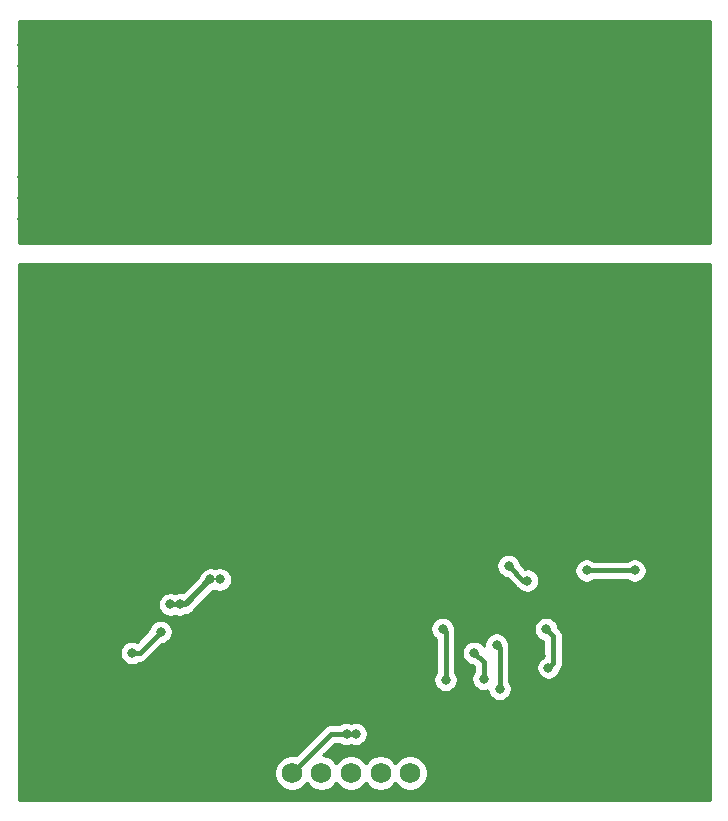
<source format=gbl>
%TF.GenerationSoftware,KiCad,Pcbnew,(5.1.4)-1*%
%TF.CreationDate,2019-12-13T01:47:11+08:00*%
%TF.ProjectId,Directional_coupler,44697265-6374-4696-9f6e-616c5f636f75,rev?*%
%TF.SameCoordinates,Original*%
%TF.FileFunction,Copper,L2,Bot*%
%TF.FilePolarity,Positive*%
%FSLAX46Y46*%
G04 Gerber Fmt 4.6, Leading zero omitted, Abs format (unit mm)*
G04 Created by KiCad (PCBNEW (5.1.4)-1) date 2019-12-13 01:47:11*
%MOMM*%
%LPD*%
G04 APERTURE LIST*
%ADD10C,0.800000*%
%ADD11C,6.000000*%
%ADD12C,1.750000*%
%ADD13R,1.750000X1.750000*%
%ADD14C,0.381000*%
%ADD15C,0.508000*%
%ADD16C,0.254000*%
%ADD17C,0.350000*%
G04 APERTURE END LIST*
D10*
X57056810Y-73812500D03*
X57056810Y-76187500D03*
X55000000Y-77375000D03*
X52943190Y-76187500D03*
X52943190Y-73812500D03*
X55000000Y-72625000D03*
D11*
X55000000Y-75000000D03*
D10*
X57056810Y-111312500D03*
X57056810Y-113687500D03*
X55000000Y-114875000D03*
X52943190Y-113687500D03*
X52943190Y-111312500D03*
X55000000Y-110125000D03*
D11*
X55000000Y-112500000D03*
D10*
X106814810Y-110999500D03*
X106814810Y-113374500D03*
X104758000Y-114562000D03*
X102701190Y-113374500D03*
X102701190Y-110999500D03*
X104758000Y-109812000D03*
D11*
X104758000Y-112187000D03*
D10*
X107056810Y-73812500D03*
X107056810Y-76187500D03*
X105000000Y-77375000D03*
X102943190Y-76187500D03*
X102943190Y-73812500D03*
X105000000Y-72625000D03*
D11*
X105000000Y-75000000D03*
D12*
X73860000Y-114427000D03*
X76360000Y-114427000D03*
X78860000Y-114427000D03*
X81360000Y-114427000D03*
X83860000Y-114427000D03*
D13*
X86360000Y-114427000D03*
D10*
X102353000Y-52779000D03*
X100353000Y-52779000D03*
X98353000Y-54557000D03*
X100353000Y-54557000D03*
X104353000Y-56335000D03*
X102353000Y-54557000D03*
X108353000Y-52779000D03*
X98353000Y-52779000D03*
X108353000Y-56335000D03*
X106353000Y-56335000D03*
X100353000Y-56335000D03*
X108353000Y-54557000D03*
X106353000Y-54557000D03*
X102353000Y-56335000D03*
X104353000Y-52779000D03*
X106353000Y-52779000D03*
X98353000Y-56335000D03*
X104353000Y-54557000D03*
X106353000Y-65733000D03*
X104353000Y-65733000D03*
X100353000Y-65733000D03*
X98353000Y-65733000D03*
X108353000Y-65733000D03*
X102353000Y-65733000D03*
X106353000Y-63955000D03*
X104353000Y-63955000D03*
X100353000Y-63955000D03*
X98353000Y-63955000D03*
X108353000Y-63955000D03*
X102353000Y-63955000D03*
X98353000Y-67511000D03*
X100353000Y-67511000D03*
X102353000Y-67511000D03*
X104353000Y-67511000D03*
X106353000Y-67511000D03*
X108353000Y-67511000D03*
X57013000Y-67511000D03*
X59013000Y-67511000D03*
X61013000Y-65733000D03*
X59013000Y-65733000D03*
X55013000Y-63955000D03*
X57013000Y-65733000D03*
X51013000Y-67511000D03*
X61013000Y-67511000D03*
X51013000Y-63955000D03*
X53013000Y-63955000D03*
X59013000Y-63955000D03*
X51013000Y-65733000D03*
X53013000Y-65733000D03*
X57013000Y-63955000D03*
X55013000Y-67511000D03*
X53013000Y-67511000D03*
X61013000Y-63955000D03*
X55013000Y-65733000D03*
X53013000Y-54557000D03*
X55013000Y-54557000D03*
X59013000Y-54557000D03*
X61013000Y-54557000D03*
X51013000Y-54557000D03*
X57013000Y-54557000D03*
X53013000Y-56335000D03*
X55013000Y-56335000D03*
X59013000Y-56335000D03*
X61013000Y-56335000D03*
X51013000Y-56335000D03*
X57013000Y-56335000D03*
X61013000Y-52779000D03*
X59013000Y-52779000D03*
X57013000Y-52779000D03*
X55013000Y-52779000D03*
X53013000Y-52779000D03*
X51013000Y-52779000D03*
X108458000Y-98425000D03*
X108458000Y-82169000D03*
X108458000Y-101473000D03*
X108458000Y-105029000D03*
X108458000Y-85217000D03*
X108458000Y-95377000D03*
X108458000Y-79121000D03*
X108458000Y-92837000D03*
X108458000Y-88773000D03*
X108458000Y-109093000D03*
X102870000Y-116205000D03*
X96774000Y-116205000D03*
X93726000Y-116205000D03*
X90678000Y-116205000D03*
X99822000Y-116205000D03*
X61214000Y-116205000D03*
X64262000Y-116205000D03*
X58166000Y-116205000D03*
X70358000Y-116205000D03*
X67310000Y-116205000D03*
X51562000Y-98425000D03*
X51562000Y-101473000D03*
X51562000Y-95377000D03*
X51562000Y-109093000D03*
X51562000Y-105029000D03*
X60758000Y-75819000D03*
X60758000Y-71755000D03*
X60758000Y-73787000D03*
X99614000Y-73787000D03*
X99614000Y-75819000D03*
X99614000Y-71755000D03*
X73660000Y-99441000D03*
X57531000Y-86106000D03*
X57531000Y-86995000D03*
X103886000Y-84709000D03*
X103886000Y-83947000D03*
X55626000Y-94869000D03*
X65532000Y-97663000D03*
X66802000Y-102235000D03*
X71628000Y-104267000D03*
X76454000Y-106045000D03*
X77724000Y-106045000D03*
X78740000Y-106045000D03*
X73660000Y-100965000D03*
X73660000Y-100203000D03*
X101854000Y-106045000D03*
X104394000Y-96647000D03*
X96266000Y-93345000D03*
X98806000Y-86995000D03*
X97028000Y-100965000D03*
X70358000Y-110871000D03*
X63754000Y-71755000D03*
X66802000Y-71755000D03*
X70358000Y-71755000D03*
X74422000Y-71755000D03*
X78486000Y-71755000D03*
X82550000Y-71755000D03*
X86614000Y-71755000D03*
X91186000Y-71755000D03*
X95758000Y-71755000D03*
X95758000Y-73787000D03*
X91186000Y-73787000D03*
X86614000Y-73787000D03*
X82550000Y-73787000D03*
X78486000Y-73787000D03*
X74422000Y-73787000D03*
X70358000Y-73787000D03*
X66802000Y-73787000D03*
X63754000Y-73787000D03*
X63754000Y-75819000D03*
X70358000Y-75819000D03*
X74422000Y-75819000D03*
X78486000Y-75819000D03*
X82550000Y-75819000D03*
X86614000Y-75819000D03*
X91186000Y-75819000D03*
X95758000Y-75819000D03*
X62738000Y-54483000D03*
X65786000Y-54483000D03*
X69342000Y-54483000D03*
X71882000Y-54483000D03*
X72644000Y-51435000D03*
X77216000Y-51435000D03*
X82296000Y-51435000D03*
X86360000Y-51435000D03*
X88138000Y-54483000D03*
X91694000Y-54483000D03*
X94742000Y-54483000D03*
X62738000Y-66167000D03*
X65786000Y-66167000D03*
X69342000Y-66167000D03*
X71882000Y-66167000D03*
X73914000Y-69215000D03*
X76962000Y-69215000D03*
X80518000Y-69215000D03*
X84582000Y-69215000D03*
X88646000Y-68707000D03*
X88646000Y-66167000D03*
X91694000Y-66167000D03*
X94742000Y-66167000D03*
X104002113Y-102234023D03*
X102803705Y-104479840D03*
X100838000Y-108585000D03*
X60706000Y-106045000D03*
X61722000Y-99695000D03*
X94935283Y-104510009D03*
X89216717Y-100244207D03*
X51562000Y-79121000D03*
X51562000Y-82169000D03*
X51562000Y-85217000D03*
X51562000Y-88773000D03*
X51562000Y-92837000D03*
X106934000Y-116205000D03*
X108458000Y-113157000D03*
X51562000Y-115697000D03*
X62230000Y-87249000D03*
X62230000Y-89789000D03*
X63754000Y-91313000D03*
X65786000Y-91313000D03*
X67818000Y-91313000D03*
X69850000Y-91313000D03*
X71882000Y-89789000D03*
X71882000Y-87757000D03*
X71882000Y-85217000D03*
X71882000Y-82677000D03*
X71374000Y-80645000D03*
X69850000Y-80645000D03*
X67818000Y-80645000D03*
X65786000Y-80645000D03*
X63754000Y-80645000D03*
X62230000Y-81661000D03*
X62230000Y-84201000D03*
X95504000Y-91313000D03*
X93218000Y-91313000D03*
X90678000Y-91313000D03*
X88138000Y-91313000D03*
X88138000Y-88519000D03*
X88138000Y-85471000D03*
X88138000Y-82169000D03*
X90424000Y-80899000D03*
X93472000Y-80899000D03*
X96520000Y-80645000D03*
X97536000Y-82677000D03*
X97536000Y-84963000D03*
X97536000Y-86995000D03*
X97282000Y-89789000D03*
X78486000Y-111125000D03*
X79248000Y-111125000D03*
X60320998Y-104267000D03*
X62738000Y-102489000D03*
X64350000Y-100150000D03*
X66950000Y-98050000D03*
X63550000Y-100150000D03*
X67750000Y-98050000D03*
X98806000Y-97282000D03*
X102870000Y-97282000D03*
X95377000Y-102259078D03*
X89285002Y-104267000D03*
X95575219Y-105502617D03*
X90080995Y-106464011D03*
X93769246Y-98145500D03*
X92202000Y-96901000D03*
X91440000Y-107315000D03*
X91184585Y-103567206D03*
X86868000Y-106553000D03*
X86614000Y-102235000D03*
D14*
X77162000Y-111125000D02*
X73860000Y-114427000D01*
X78486000Y-111125000D02*
X77162000Y-111125000D01*
X78486000Y-111125000D02*
X79248000Y-111125000D01*
X60320998Y-104267000D02*
X60960000Y-104267000D01*
X60960000Y-104267000D02*
X62738000Y-102489000D01*
D15*
X64350000Y-100150000D02*
X64850000Y-100150000D01*
X64850000Y-100150000D02*
X66950000Y-98050000D01*
D14*
X63550000Y-100150000D02*
X64350000Y-100150000D01*
X98806000Y-97282000D02*
X102870000Y-97282000D01*
X95975218Y-105102618D02*
X95575219Y-105502617D01*
X95377000Y-102259078D02*
X95975218Y-102857296D01*
X95975218Y-102857296D02*
X95975218Y-105102618D01*
X89285002Y-104267000D02*
X90080995Y-105062993D01*
X90080995Y-105062993D02*
X90080995Y-105898326D01*
X90080995Y-105898326D02*
X90080995Y-106464011D01*
X93446500Y-98145500D02*
X93769246Y-98145500D01*
X92202000Y-96901000D02*
X93446500Y-98145500D01*
X91440000Y-103822621D02*
X91184585Y-103567206D01*
X91440000Y-107315000D02*
X91440000Y-103822621D01*
X86868000Y-106553000D02*
X86868000Y-102489000D01*
X86868000Y-102489000D02*
X86614000Y-102235000D01*
D16*
G36*
X109215000Y-116715000D02*
G01*
X50785000Y-116715000D01*
X50785000Y-114278278D01*
X72350000Y-114278278D01*
X72350000Y-114575722D01*
X72408029Y-114867451D01*
X72521856Y-115142253D01*
X72687107Y-115389569D01*
X72897431Y-115599893D01*
X73144747Y-115765144D01*
X73419549Y-115878971D01*
X73711278Y-115937000D01*
X74008722Y-115937000D01*
X74300451Y-115878971D01*
X74575253Y-115765144D01*
X74822569Y-115599893D01*
X75032893Y-115389569D01*
X75110000Y-115274170D01*
X75187107Y-115389569D01*
X75397431Y-115599893D01*
X75644747Y-115765144D01*
X75919549Y-115878971D01*
X76211278Y-115937000D01*
X76508722Y-115937000D01*
X76800451Y-115878971D01*
X77075253Y-115765144D01*
X77322569Y-115599893D01*
X77532893Y-115389569D01*
X77610000Y-115274170D01*
X77687107Y-115389569D01*
X77897431Y-115599893D01*
X78144747Y-115765144D01*
X78419549Y-115878971D01*
X78711278Y-115937000D01*
X79008722Y-115937000D01*
X79300451Y-115878971D01*
X79575253Y-115765144D01*
X79822569Y-115599893D01*
X80032893Y-115389569D01*
X80110000Y-115274170D01*
X80187107Y-115389569D01*
X80397431Y-115599893D01*
X80644747Y-115765144D01*
X80919549Y-115878971D01*
X81211278Y-115937000D01*
X81508722Y-115937000D01*
X81800451Y-115878971D01*
X82075253Y-115765144D01*
X82322569Y-115599893D01*
X82532893Y-115389569D01*
X82610000Y-115274170D01*
X82687107Y-115389569D01*
X82897431Y-115599893D01*
X83144747Y-115765144D01*
X83419549Y-115878971D01*
X83711278Y-115937000D01*
X84008722Y-115937000D01*
X84300451Y-115878971D01*
X84575253Y-115765144D01*
X84822569Y-115599893D01*
X85032893Y-115389569D01*
X85198144Y-115142253D01*
X85311971Y-114867451D01*
X85370000Y-114575722D01*
X85370000Y-114278278D01*
X85311971Y-113986549D01*
X85198144Y-113711747D01*
X85032893Y-113464431D01*
X84822569Y-113254107D01*
X84575253Y-113088856D01*
X84300451Y-112975029D01*
X84008722Y-112917000D01*
X83711278Y-112917000D01*
X83419549Y-112975029D01*
X83144747Y-113088856D01*
X82897431Y-113254107D01*
X82687107Y-113464431D01*
X82610000Y-113579830D01*
X82532893Y-113464431D01*
X82322569Y-113254107D01*
X82075253Y-113088856D01*
X81800451Y-112975029D01*
X81508722Y-112917000D01*
X81211278Y-112917000D01*
X80919549Y-112975029D01*
X80644747Y-113088856D01*
X80397431Y-113254107D01*
X80187107Y-113464431D01*
X80110000Y-113579830D01*
X80032893Y-113464431D01*
X79822569Y-113254107D01*
X79575253Y-113088856D01*
X79300451Y-112975029D01*
X79008722Y-112917000D01*
X78711278Y-112917000D01*
X78419549Y-112975029D01*
X78144747Y-113088856D01*
X77897431Y-113254107D01*
X77687107Y-113464431D01*
X77610000Y-113579830D01*
X77532893Y-113464431D01*
X77322569Y-113254107D01*
X77075253Y-113088856D01*
X76800451Y-112975029D01*
X76532669Y-112921763D01*
X77503933Y-111950500D01*
X77858497Y-111950500D01*
X77995744Y-112042205D01*
X78184102Y-112120226D01*
X78384061Y-112160000D01*
X78587939Y-112160000D01*
X78787898Y-112120226D01*
X78867000Y-112087461D01*
X78946102Y-112120226D01*
X79146061Y-112160000D01*
X79349939Y-112160000D01*
X79549898Y-112120226D01*
X79738256Y-112042205D01*
X79907774Y-111928937D01*
X80051937Y-111784774D01*
X80165205Y-111615256D01*
X80243226Y-111426898D01*
X80283000Y-111226939D01*
X80283000Y-111023061D01*
X80243226Y-110823102D01*
X80165205Y-110634744D01*
X80051937Y-110465226D01*
X79907774Y-110321063D01*
X79738256Y-110207795D01*
X79549898Y-110129774D01*
X79349939Y-110090000D01*
X79146061Y-110090000D01*
X78946102Y-110129774D01*
X78867000Y-110162539D01*
X78787898Y-110129774D01*
X78587939Y-110090000D01*
X78384061Y-110090000D01*
X78184102Y-110129774D01*
X77995744Y-110207795D01*
X77858497Y-110299500D01*
X77202550Y-110299500D01*
X77161999Y-110295506D01*
X77121449Y-110299500D01*
X77121447Y-110299500D01*
X77000174Y-110311444D01*
X76844566Y-110358647D01*
X76701157Y-110435301D01*
X76664694Y-110465226D01*
X76575459Y-110538459D01*
X76549606Y-110569961D01*
X74170406Y-112949161D01*
X74008722Y-112917000D01*
X73711278Y-112917000D01*
X73419549Y-112975029D01*
X73144747Y-113088856D01*
X72897431Y-113254107D01*
X72687107Y-113464431D01*
X72521856Y-113711747D01*
X72408029Y-113986549D01*
X72350000Y-114278278D01*
X50785000Y-114278278D01*
X50785000Y-104165061D01*
X59285998Y-104165061D01*
X59285998Y-104368939D01*
X59325772Y-104568898D01*
X59403793Y-104757256D01*
X59517061Y-104926774D01*
X59661224Y-105070937D01*
X59830742Y-105184205D01*
X60019100Y-105262226D01*
X60219059Y-105302000D01*
X60422937Y-105302000D01*
X60622896Y-105262226D01*
X60811254Y-105184205D01*
X60944768Y-105094994D01*
X60960000Y-105096494D01*
X61000550Y-105092500D01*
X61000553Y-105092500D01*
X61121826Y-105080556D01*
X61277434Y-105033353D01*
X61420842Y-104956699D01*
X61546541Y-104853541D01*
X61572398Y-104822034D01*
X62878005Y-103516428D01*
X63039898Y-103484226D01*
X63228256Y-103406205D01*
X63397774Y-103292937D01*
X63541937Y-103148774D01*
X63655205Y-102979256D01*
X63733226Y-102790898D01*
X63773000Y-102590939D01*
X63773000Y-102387061D01*
X63733226Y-102187102D01*
X63710842Y-102133061D01*
X85579000Y-102133061D01*
X85579000Y-102336939D01*
X85618774Y-102536898D01*
X85696795Y-102725256D01*
X85810063Y-102894774D01*
X85954226Y-103038937D01*
X86042501Y-103097920D01*
X86042500Y-105925497D01*
X85950795Y-106062744D01*
X85872774Y-106251102D01*
X85833000Y-106451061D01*
X85833000Y-106654939D01*
X85872774Y-106854898D01*
X85950795Y-107043256D01*
X86064063Y-107212774D01*
X86208226Y-107356937D01*
X86377744Y-107470205D01*
X86566102Y-107548226D01*
X86766061Y-107588000D01*
X86969939Y-107588000D01*
X87169898Y-107548226D01*
X87358256Y-107470205D01*
X87527774Y-107356937D01*
X87671937Y-107212774D01*
X87785205Y-107043256D01*
X87863226Y-106854898D01*
X87903000Y-106654939D01*
X87903000Y-106451061D01*
X87863226Y-106251102D01*
X87785205Y-106062744D01*
X87693500Y-105925497D01*
X87693500Y-104165061D01*
X88250002Y-104165061D01*
X88250002Y-104368939D01*
X88289776Y-104568898D01*
X88367797Y-104757256D01*
X88481065Y-104926774D01*
X88625228Y-105070937D01*
X88794746Y-105184205D01*
X88983104Y-105262226D01*
X89144998Y-105294428D01*
X89255495Y-105404926D01*
X89255495Y-105836508D01*
X89163790Y-105973755D01*
X89085769Y-106162113D01*
X89045995Y-106362072D01*
X89045995Y-106565950D01*
X89085769Y-106765909D01*
X89163790Y-106954267D01*
X89277058Y-107123785D01*
X89421221Y-107267948D01*
X89590739Y-107381216D01*
X89779097Y-107459237D01*
X89979056Y-107499011D01*
X90182934Y-107499011D01*
X90382893Y-107459237D01*
X90411090Y-107447557D01*
X90444774Y-107616898D01*
X90522795Y-107805256D01*
X90636063Y-107974774D01*
X90780226Y-108118937D01*
X90949744Y-108232205D01*
X91138102Y-108310226D01*
X91338061Y-108350000D01*
X91541939Y-108350000D01*
X91741898Y-108310226D01*
X91930256Y-108232205D01*
X92099774Y-108118937D01*
X92243937Y-107974774D01*
X92357205Y-107805256D01*
X92435226Y-107616898D01*
X92475000Y-107416939D01*
X92475000Y-107213061D01*
X92435226Y-107013102D01*
X92357205Y-106824744D01*
X92265500Y-106687497D01*
X92265500Y-103863163D01*
X92269493Y-103822620D01*
X92265500Y-103782077D01*
X92265500Y-103782068D01*
X92253556Y-103660795D01*
X92219585Y-103548807D01*
X92219585Y-103465267D01*
X92179811Y-103265308D01*
X92101790Y-103076950D01*
X91988522Y-102907432D01*
X91844359Y-102763269D01*
X91674841Y-102650001D01*
X91486483Y-102571980D01*
X91286524Y-102532206D01*
X91082646Y-102532206D01*
X90882687Y-102571980D01*
X90694329Y-102650001D01*
X90524811Y-102763269D01*
X90380648Y-102907432D01*
X90267380Y-103076950D01*
X90189359Y-103265308D01*
X90149585Y-103465267D01*
X90149585Y-103669145D01*
X90157754Y-103710216D01*
X90088939Y-103607226D01*
X89944776Y-103463063D01*
X89775258Y-103349795D01*
X89586900Y-103271774D01*
X89386941Y-103232000D01*
X89183063Y-103232000D01*
X88983104Y-103271774D01*
X88794746Y-103349795D01*
X88625228Y-103463063D01*
X88481065Y-103607226D01*
X88367797Y-103776744D01*
X88289776Y-103965102D01*
X88250002Y-104165061D01*
X87693500Y-104165061D01*
X87693500Y-102529550D01*
X87697494Y-102488999D01*
X87690787Y-102420904D01*
X87681556Y-102327174D01*
X87649000Y-102219851D01*
X87649000Y-102157139D01*
X94342000Y-102157139D01*
X94342000Y-102361017D01*
X94381774Y-102560976D01*
X94459795Y-102749334D01*
X94573063Y-102918852D01*
X94717226Y-103063015D01*
X94886744Y-103176283D01*
X95075102Y-103254304D01*
X95149718Y-103269146D01*
X95149719Y-104558589D01*
X95084963Y-104585412D01*
X94915445Y-104698680D01*
X94771282Y-104842843D01*
X94658014Y-105012361D01*
X94579993Y-105200719D01*
X94540219Y-105400678D01*
X94540219Y-105604556D01*
X94579993Y-105804515D01*
X94658014Y-105992873D01*
X94771282Y-106162391D01*
X94915445Y-106306554D01*
X95084963Y-106419822D01*
X95273321Y-106497843D01*
X95473280Y-106537617D01*
X95677158Y-106537617D01*
X95877117Y-106497843D01*
X96065475Y-106419822D01*
X96234993Y-106306554D01*
X96379156Y-106162391D01*
X96492424Y-105992873D01*
X96570445Y-105804515D01*
X96603510Y-105638285D01*
X96664917Y-105563460D01*
X96741571Y-105420052D01*
X96788774Y-105264444D01*
X96800718Y-105143171D01*
X96800718Y-105143169D01*
X96804712Y-105102619D01*
X96800718Y-105062068D01*
X96800718Y-102897846D01*
X96804712Y-102857295D01*
X96800718Y-102816743D01*
X96788774Y-102695470D01*
X96741571Y-102539862D01*
X96737479Y-102532206D01*
X96664917Y-102396453D01*
X96587609Y-102302254D01*
X96561759Y-102270755D01*
X96530258Y-102244903D01*
X96404428Y-102119074D01*
X96372226Y-101957180D01*
X96294205Y-101768822D01*
X96180937Y-101599304D01*
X96036774Y-101455141D01*
X95867256Y-101341873D01*
X95678898Y-101263852D01*
X95478939Y-101224078D01*
X95275061Y-101224078D01*
X95075102Y-101263852D01*
X94886744Y-101341873D01*
X94717226Y-101455141D01*
X94573063Y-101599304D01*
X94459795Y-101768822D01*
X94381774Y-101957180D01*
X94342000Y-102157139D01*
X87649000Y-102157139D01*
X87649000Y-102133061D01*
X87609226Y-101933102D01*
X87531205Y-101744744D01*
X87417937Y-101575226D01*
X87273774Y-101431063D01*
X87104256Y-101317795D01*
X86915898Y-101239774D01*
X86715939Y-101200000D01*
X86512061Y-101200000D01*
X86312102Y-101239774D01*
X86123744Y-101317795D01*
X85954226Y-101431063D01*
X85810063Y-101575226D01*
X85696795Y-101744744D01*
X85618774Y-101933102D01*
X85579000Y-102133061D01*
X63710842Y-102133061D01*
X63655205Y-101998744D01*
X63541937Y-101829226D01*
X63397774Y-101685063D01*
X63228256Y-101571795D01*
X63039898Y-101493774D01*
X62839939Y-101454000D01*
X62636061Y-101454000D01*
X62436102Y-101493774D01*
X62247744Y-101571795D01*
X62078226Y-101685063D01*
X61934063Y-101829226D01*
X61820795Y-101998744D01*
X61742774Y-102187102D01*
X61710572Y-102348995D01*
X60739496Y-103320072D01*
X60622896Y-103271774D01*
X60422937Y-103232000D01*
X60219059Y-103232000D01*
X60019100Y-103271774D01*
X59830742Y-103349795D01*
X59661224Y-103463063D01*
X59517061Y-103607226D01*
X59403793Y-103776744D01*
X59325772Y-103965102D01*
X59285998Y-104165061D01*
X50785000Y-104165061D01*
X50785000Y-100048061D01*
X62515000Y-100048061D01*
X62515000Y-100251939D01*
X62554774Y-100451898D01*
X62632795Y-100640256D01*
X62746063Y-100809774D01*
X62890226Y-100953937D01*
X63059744Y-101067205D01*
X63248102Y-101145226D01*
X63448061Y-101185000D01*
X63651939Y-101185000D01*
X63851898Y-101145226D01*
X63950000Y-101104591D01*
X64048102Y-101145226D01*
X64248061Y-101185000D01*
X64451939Y-101185000D01*
X64651898Y-101145226D01*
X64840256Y-101067205D01*
X64880533Y-101040293D01*
X64893660Y-101039000D01*
X64893667Y-101039000D01*
X65024274Y-101026136D01*
X65191851Y-100975303D01*
X65346291Y-100892753D01*
X65481659Y-100781659D01*
X65509499Y-100747736D01*
X67202106Y-99055130D01*
X67251898Y-99045226D01*
X67350000Y-99004591D01*
X67448102Y-99045226D01*
X67648061Y-99085000D01*
X67851939Y-99085000D01*
X68051898Y-99045226D01*
X68240256Y-98967205D01*
X68409774Y-98853937D01*
X68553937Y-98709774D01*
X68667205Y-98540256D01*
X68745226Y-98351898D01*
X68785000Y-98151939D01*
X68785000Y-97948061D01*
X68745226Y-97748102D01*
X68667205Y-97559744D01*
X68553937Y-97390226D01*
X68409774Y-97246063D01*
X68240256Y-97132795D01*
X68051898Y-97054774D01*
X67851939Y-97015000D01*
X67648061Y-97015000D01*
X67448102Y-97054774D01*
X67350000Y-97095409D01*
X67251898Y-97054774D01*
X67051939Y-97015000D01*
X66848061Y-97015000D01*
X66648102Y-97054774D01*
X66459744Y-97132795D01*
X66290226Y-97246063D01*
X66146063Y-97390226D01*
X66032795Y-97559744D01*
X65954774Y-97748102D01*
X65944870Y-97797894D01*
X64598594Y-99144171D01*
X64451939Y-99115000D01*
X64248061Y-99115000D01*
X64048102Y-99154774D01*
X63950000Y-99195409D01*
X63851898Y-99154774D01*
X63651939Y-99115000D01*
X63448061Y-99115000D01*
X63248102Y-99154774D01*
X63059744Y-99232795D01*
X62890226Y-99346063D01*
X62746063Y-99490226D01*
X62632795Y-99659744D01*
X62554774Y-99848102D01*
X62515000Y-100048061D01*
X50785000Y-100048061D01*
X50785000Y-96799061D01*
X91167000Y-96799061D01*
X91167000Y-97002939D01*
X91206774Y-97202898D01*
X91284795Y-97391256D01*
X91398063Y-97560774D01*
X91542226Y-97704937D01*
X91711744Y-97818205D01*
X91900102Y-97896226D01*
X92061996Y-97928428D01*
X92834111Y-98700545D01*
X92859959Y-98732041D01*
X92891455Y-98757889D01*
X92891458Y-98757892D01*
X92985657Y-98835199D01*
X93006231Y-98846196D01*
X93109472Y-98949437D01*
X93278990Y-99062705D01*
X93467348Y-99140726D01*
X93667307Y-99180500D01*
X93871185Y-99180500D01*
X94071144Y-99140726D01*
X94259502Y-99062705D01*
X94429020Y-98949437D01*
X94573183Y-98805274D01*
X94686451Y-98635756D01*
X94764472Y-98447398D01*
X94804246Y-98247439D01*
X94804246Y-98043561D01*
X94764472Y-97843602D01*
X94686451Y-97655244D01*
X94573183Y-97485726D01*
X94429020Y-97341563D01*
X94259502Y-97228295D01*
X94143056Y-97180061D01*
X97771000Y-97180061D01*
X97771000Y-97383939D01*
X97810774Y-97583898D01*
X97888795Y-97772256D01*
X98002063Y-97941774D01*
X98146226Y-98085937D01*
X98315744Y-98199205D01*
X98504102Y-98277226D01*
X98704061Y-98317000D01*
X98907939Y-98317000D01*
X99107898Y-98277226D01*
X99296256Y-98199205D01*
X99433503Y-98107500D01*
X102242497Y-98107500D01*
X102379744Y-98199205D01*
X102568102Y-98277226D01*
X102768061Y-98317000D01*
X102971939Y-98317000D01*
X103171898Y-98277226D01*
X103360256Y-98199205D01*
X103529774Y-98085937D01*
X103673937Y-97941774D01*
X103787205Y-97772256D01*
X103865226Y-97583898D01*
X103905000Y-97383939D01*
X103905000Y-97180061D01*
X103865226Y-96980102D01*
X103787205Y-96791744D01*
X103673937Y-96622226D01*
X103529774Y-96478063D01*
X103360256Y-96364795D01*
X103171898Y-96286774D01*
X102971939Y-96247000D01*
X102768061Y-96247000D01*
X102568102Y-96286774D01*
X102379744Y-96364795D01*
X102242497Y-96456500D01*
X99433503Y-96456500D01*
X99296256Y-96364795D01*
X99107898Y-96286774D01*
X98907939Y-96247000D01*
X98704061Y-96247000D01*
X98504102Y-96286774D01*
X98315744Y-96364795D01*
X98146226Y-96478063D01*
X98002063Y-96622226D01*
X97888795Y-96791744D01*
X97810774Y-96980102D01*
X97771000Y-97180061D01*
X94143056Y-97180061D01*
X94071144Y-97150274D01*
X93871185Y-97110500D01*
X93667307Y-97110500D01*
X93593595Y-97125162D01*
X93229428Y-96760996D01*
X93197226Y-96599102D01*
X93119205Y-96410744D01*
X93005937Y-96241226D01*
X92861774Y-96097063D01*
X92692256Y-95983795D01*
X92503898Y-95905774D01*
X92303939Y-95866000D01*
X92100061Y-95866000D01*
X91900102Y-95905774D01*
X91711744Y-95983795D01*
X91542226Y-96097063D01*
X91398063Y-96241226D01*
X91284795Y-96410744D01*
X91206774Y-96599102D01*
X91167000Y-96799061D01*
X50785000Y-96799061D01*
X50785000Y-71314000D01*
X109215001Y-71314000D01*
X109215000Y-116715000D01*
X109215000Y-116715000D01*
G37*
X109215000Y-116715000D02*
X50785000Y-116715000D01*
X50785000Y-114278278D01*
X72350000Y-114278278D01*
X72350000Y-114575722D01*
X72408029Y-114867451D01*
X72521856Y-115142253D01*
X72687107Y-115389569D01*
X72897431Y-115599893D01*
X73144747Y-115765144D01*
X73419549Y-115878971D01*
X73711278Y-115937000D01*
X74008722Y-115937000D01*
X74300451Y-115878971D01*
X74575253Y-115765144D01*
X74822569Y-115599893D01*
X75032893Y-115389569D01*
X75110000Y-115274170D01*
X75187107Y-115389569D01*
X75397431Y-115599893D01*
X75644747Y-115765144D01*
X75919549Y-115878971D01*
X76211278Y-115937000D01*
X76508722Y-115937000D01*
X76800451Y-115878971D01*
X77075253Y-115765144D01*
X77322569Y-115599893D01*
X77532893Y-115389569D01*
X77610000Y-115274170D01*
X77687107Y-115389569D01*
X77897431Y-115599893D01*
X78144747Y-115765144D01*
X78419549Y-115878971D01*
X78711278Y-115937000D01*
X79008722Y-115937000D01*
X79300451Y-115878971D01*
X79575253Y-115765144D01*
X79822569Y-115599893D01*
X80032893Y-115389569D01*
X80110000Y-115274170D01*
X80187107Y-115389569D01*
X80397431Y-115599893D01*
X80644747Y-115765144D01*
X80919549Y-115878971D01*
X81211278Y-115937000D01*
X81508722Y-115937000D01*
X81800451Y-115878971D01*
X82075253Y-115765144D01*
X82322569Y-115599893D01*
X82532893Y-115389569D01*
X82610000Y-115274170D01*
X82687107Y-115389569D01*
X82897431Y-115599893D01*
X83144747Y-115765144D01*
X83419549Y-115878971D01*
X83711278Y-115937000D01*
X84008722Y-115937000D01*
X84300451Y-115878971D01*
X84575253Y-115765144D01*
X84822569Y-115599893D01*
X85032893Y-115389569D01*
X85198144Y-115142253D01*
X85311971Y-114867451D01*
X85370000Y-114575722D01*
X85370000Y-114278278D01*
X85311971Y-113986549D01*
X85198144Y-113711747D01*
X85032893Y-113464431D01*
X84822569Y-113254107D01*
X84575253Y-113088856D01*
X84300451Y-112975029D01*
X84008722Y-112917000D01*
X83711278Y-112917000D01*
X83419549Y-112975029D01*
X83144747Y-113088856D01*
X82897431Y-113254107D01*
X82687107Y-113464431D01*
X82610000Y-113579830D01*
X82532893Y-113464431D01*
X82322569Y-113254107D01*
X82075253Y-113088856D01*
X81800451Y-112975029D01*
X81508722Y-112917000D01*
X81211278Y-112917000D01*
X80919549Y-112975029D01*
X80644747Y-113088856D01*
X80397431Y-113254107D01*
X80187107Y-113464431D01*
X80110000Y-113579830D01*
X80032893Y-113464431D01*
X79822569Y-113254107D01*
X79575253Y-113088856D01*
X79300451Y-112975029D01*
X79008722Y-112917000D01*
X78711278Y-112917000D01*
X78419549Y-112975029D01*
X78144747Y-113088856D01*
X77897431Y-113254107D01*
X77687107Y-113464431D01*
X77610000Y-113579830D01*
X77532893Y-113464431D01*
X77322569Y-113254107D01*
X77075253Y-113088856D01*
X76800451Y-112975029D01*
X76532669Y-112921763D01*
X77503933Y-111950500D01*
X77858497Y-111950500D01*
X77995744Y-112042205D01*
X78184102Y-112120226D01*
X78384061Y-112160000D01*
X78587939Y-112160000D01*
X78787898Y-112120226D01*
X78867000Y-112087461D01*
X78946102Y-112120226D01*
X79146061Y-112160000D01*
X79349939Y-112160000D01*
X79549898Y-112120226D01*
X79738256Y-112042205D01*
X79907774Y-111928937D01*
X80051937Y-111784774D01*
X80165205Y-111615256D01*
X80243226Y-111426898D01*
X80283000Y-111226939D01*
X80283000Y-111023061D01*
X80243226Y-110823102D01*
X80165205Y-110634744D01*
X80051937Y-110465226D01*
X79907774Y-110321063D01*
X79738256Y-110207795D01*
X79549898Y-110129774D01*
X79349939Y-110090000D01*
X79146061Y-110090000D01*
X78946102Y-110129774D01*
X78867000Y-110162539D01*
X78787898Y-110129774D01*
X78587939Y-110090000D01*
X78384061Y-110090000D01*
X78184102Y-110129774D01*
X77995744Y-110207795D01*
X77858497Y-110299500D01*
X77202550Y-110299500D01*
X77161999Y-110295506D01*
X77121449Y-110299500D01*
X77121447Y-110299500D01*
X77000174Y-110311444D01*
X76844566Y-110358647D01*
X76701157Y-110435301D01*
X76664694Y-110465226D01*
X76575459Y-110538459D01*
X76549606Y-110569961D01*
X74170406Y-112949161D01*
X74008722Y-112917000D01*
X73711278Y-112917000D01*
X73419549Y-112975029D01*
X73144747Y-113088856D01*
X72897431Y-113254107D01*
X72687107Y-113464431D01*
X72521856Y-113711747D01*
X72408029Y-113986549D01*
X72350000Y-114278278D01*
X50785000Y-114278278D01*
X50785000Y-104165061D01*
X59285998Y-104165061D01*
X59285998Y-104368939D01*
X59325772Y-104568898D01*
X59403793Y-104757256D01*
X59517061Y-104926774D01*
X59661224Y-105070937D01*
X59830742Y-105184205D01*
X60019100Y-105262226D01*
X60219059Y-105302000D01*
X60422937Y-105302000D01*
X60622896Y-105262226D01*
X60811254Y-105184205D01*
X60944768Y-105094994D01*
X60960000Y-105096494D01*
X61000550Y-105092500D01*
X61000553Y-105092500D01*
X61121826Y-105080556D01*
X61277434Y-105033353D01*
X61420842Y-104956699D01*
X61546541Y-104853541D01*
X61572398Y-104822034D01*
X62878005Y-103516428D01*
X63039898Y-103484226D01*
X63228256Y-103406205D01*
X63397774Y-103292937D01*
X63541937Y-103148774D01*
X63655205Y-102979256D01*
X63733226Y-102790898D01*
X63773000Y-102590939D01*
X63773000Y-102387061D01*
X63733226Y-102187102D01*
X63710842Y-102133061D01*
X85579000Y-102133061D01*
X85579000Y-102336939D01*
X85618774Y-102536898D01*
X85696795Y-102725256D01*
X85810063Y-102894774D01*
X85954226Y-103038937D01*
X86042501Y-103097920D01*
X86042500Y-105925497D01*
X85950795Y-106062744D01*
X85872774Y-106251102D01*
X85833000Y-106451061D01*
X85833000Y-106654939D01*
X85872774Y-106854898D01*
X85950795Y-107043256D01*
X86064063Y-107212774D01*
X86208226Y-107356937D01*
X86377744Y-107470205D01*
X86566102Y-107548226D01*
X86766061Y-107588000D01*
X86969939Y-107588000D01*
X87169898Y-107548226D01*
X87358256Y-107470205D01*
X87527774Y-107356937D01*
X87671937Y-107212774D01*
X87785205Y-107043256D01*
X87863226Y-106854898D01*
X87903000Y-106654939D01*
X87903000Y-106451061D01*
X87863226Y-106251102D01*
X87785205Y-106062744D01*
X87693500Y-105925497D01*
X87693500Y-104165061D01*
X88250002Y-104165061D01*
X88250002Y-104368939D01*
X88289776Y-104568898D01*
X88367797Y-104757256D01*
X88481065Y-104926774D01*
X88625228Y-105070937D01*
X88794746Y-105184205D01*
X88983104Y-105262226D01*
X89144998Y-105294428D01*
X89255495Y-105404926D01*
X89255495Y-105836508D01*
X89163790Y-105973755D01*
X89085769Y-106162113D01*
X89045995Y-106362072D01*
X89045995Y-106565950D01*
X89085769Y-106765909D01*
X89163790Y-106954267D01*
X89277058Y-107123785D01*
X89421221Y-107267948D01*
X89590739Y-107381216D01*
X89779097Y-107459237D01*
X89979056Y-107499011D01*
X90182934Y-107499011D01*
X90382893Y-107459237D01*
X90411090Y-107447557D01*
X90444774Y-107616898D01*
X90522795Y-107805256D01*
X90636063Y-107974774D01*
X90780226Y-108118937D01*
X90949744Y-108232205D01*
X91138102Y-108310226D01*
X91338061Y-108350000D01*
X91541939Y-108350000D01*
X91741898Y-108310226D01*
X91930256Y-108232205D01*
X92099774Y-108118937D01*
X92243937Y-107974774D01*
X92357205Y-107805256D01*
X92435226Y-107616898D01*
X92475000Y-107416939D01*
X92475000Y-107213061D01*
X92435226Y-107013102D01*
X92357205Y-106824744D01*
X92265500Y-106687497D01*
X92265500Y-103863163D01*
X92269493Y-103822620D01*
X92265500Y-103782077D01*
X92265500Y-103782068D01*
X92253556Y-103660795D01*
X92219585Y-103548807D01*
X92219585Y-103465267D01*
X92179811Y-103265308D01*
X92101790Y-103076950D01*
X91988522Y-102907432D01*
X91844359Y-102763269D01*
X91674841Y-102650001D01*
X91486483Y-102571980D01*
X91286524Y-102532206D01*
X91082646Y-102532206D01*
X90882687Y-102571980D01*
X90694329Y-102650001D01*
X90524811Y-102763269D01*
X90380648Y-102907432D01*
X90267380Y-103076950D01*
X90189359Y-103265308D01*
X90149585Y-103465267D01*
X90149585Y-103669145D01*
X90157754Y-103710216D01*
X90088939Y-103607226D01*
X89944776Y-103463063D01*
X89775258Y-103349795D01*
X89586900Y-103271774D01*
X89386941Y-103232000D01*
X89183063Y-103232000D01*
X88983104Y-103271774D01*
X88794746Y-103349795D01*
X88625228Y-103463063D01*
X88481065Y-103607226D01*
X88367797Y-103776744D01*
X88289776Y-103965102D01*
X88250002Y-104165061D01*
X87693500Y-104165061D01*
X87693500Y-102529550D01*
X87697494Y-102488999D01*
X87690787Y-102420904D01*
X87681556Y-102327174D01*
X87649000Y-102219851D01*
X87649000Y-102157139D01*
X94342000Y-102157139D01*
X94342000Y-102361017D01*
X94381774Y-102560976D01*
X94459795Y-102749334D01*
X94573063Y-102918852D01*
X94717226Y-103063015D01*
X94886744Y-103176283D01*
X95075102Y-103254304D01*
X95149718Y-103269146D01*
X95149719Y-104558589D01*
X95084963Y-104585412D01*
X94915445Y-104698680D01*
X94771282Y-104842843D01*
X94658014Y-105012361D01*
X94579993Y-105200719D01*
X94540219Y-105400678D01*
X94540219Y-105604556D01*
X94579993Y-105804515D01*
X94658014Y-105992873D01*
X94771282Y-106162391D01*
X94915445Y-106306554D01*
X95084963Y-106419822D01*
X95273321Y-106497843D01*
X95473280Y-106537617D01*
X95677158Y-106537617D01*
X95877117Y-106497843D01*
X96065475Y-106419822D01*
X96234993Y-106306554D01*
X96379156Y-106162391D01*
X96492424Y-105992873D01*
X96570445Y-105804515D01*
X96603510Y-105638285D01*
X96664917Y-105563460D01*
X96741571Y-105420052D01*
X96788774Y-105264444D01*
X96800718Y-105143171D01*
X96800718Y-105143169D01*
X96804712Y-105102619D01*
X96800718Y-105062068D01*
X96800718Y-102897846D01*
X96804712Y-102857295D01*
X96800718Y-102816743D01*
X96788774Y-102695470D01*
X96741571Y-102539862D01*
X96737479Y-102532206D01*
X96664917Y-102396453D01*
X96587609Y-102302254D01*
X96561759Y-102270755D01*
X96530258Y-102244903D01*
X96404428Y-102119074D01*
X96372226Y-101957180D01*
X96294205Y-101768822D01*
X96180937Y-101599304D01*
X96036774Y-101455141D01*
X95867256Y-101341873D01*
X95678898Y-101263852D01*
X95478939Y-101224078D01*
X95275061Y-101224078D01*
X95075102Y-101263852D01*
X94886744Y-101341873D01*
X94717226Y-101455141D01*
X94573063Y-101599304D01*
X94459795Y-101768822D01*
X94381774Y-101957180D01*
X94342000Y-102157139D01*
X87649000Y-102157139D01*
X87649000Y-102133061D01*
X87609226Y-101933102D01*
X87531205Y-101744744D01*
X87417937Y-101575226D01*
X87273774Y-101431063D01*
X87104256Y-101317795D01*
X86915898Y-101239774D01*
X86715939Y-101200000D01*
X86512061Y-101200000D01*
X86312102Y-101239774D01*
X86123744Y-101317795D01*
X85954226Y-101431063D01*
X85810063Y-101575226D01*
X85696795Y-101744744D01*
X85618774Y-101933102D01*
X85579000Y-102133061D01*
X63710842Y-102133061D01*
X63655205Y-101998744D01*
X63541937Y-101829226D01*
X63397774Y-101685063D01*
X63228256Y-101571795D01*
X63039898Y-101493774D01*
X62839939Y-101454000D01*
X62636061Y-101454000D01*
X62436102Y-101493774D01*
X62247744Y-101571795D01*
X62078226Y-101685063D01*
X61934063Y-101829226D01*
X61820795Y-101998744D01*
X61742774Y-102187102D01*
X61710572Y-102348995D01*
X60739496Y-103320072D01*
X60622896Y-103271774D01*
X60422937Y-103232000D01*
X60219059Y-103232000D01*
X60019100Y-103271774D01*
X59830742Y-103349795D01*
X59661224Y-103463063D01*
X59517061Y-103607226D01*
X59403793Y-103776744D01*
X59325772Y-103965102D01*
X59285998Y-104165061D01*
X50785000Y-104165061D01*
X50785000Y-100048061D01*
X62515000Y-100048061D01*
X62515000Y-100251939D01*
X62554774Y-100451898D01*
X62632795Y-100640256D01*
X62746063Y-100809774D01*
X62890226Y-100953937D01*
X63059744Y-101067205D01*
X63248102Y-101145226D01*
X63448061Y-101185000D01*
X63651939Y-101185000D01*
X63851898Y-101145226D01*
X63950000Y-101104591D01*
X64048102Y-101145226D01*
X64248061Y-101185000D01*
X64451939Y-101185000D01*
X64651898Y-101145226D01*
X64840256Y-101067205D01*
X64880533Y-101040293D01*
X64893660Y-101039000D01*
X64893667Y-101039000D01*
X65024274Y-101026136D01*
X65191851Y-100975303D01*
X65346291Y-100892753D01*
X65481659Y-100781659D01*
X65509499Y-100747736D01*
X67202106Y-99055130D01*
X67251898Y-99045226D01*
X67350000Y-99004591D01*
X67448102Y-99045226D01*
X67648061Y-99085000D01*
X67851939Y-99085000D01*
X68051898Y-99045226D01*
X68240256Y-98967205D01*
X68409774Y-98853937D01*
X68553937Y-98709774D01*
X68667205Y-98540256D01*
X68745226Y-98351898D01*
X68785000Y-98151939D01*
X68785000Y-97948061D01*
X68745226Y-97748102D01*
X68667205Y-97559744D01*
X68553937Y-97390226D01*
X68409774Y-97246063D01*
X68240256Y-97132795D01*
X68051898Y-97054774D01*
X67851939Y-97015000D01*
X67648061Y-97015000D01*
X67448102Y-97054774D01*
X67350000Y-97095409D01*
X67251898Y-97054774D01*
X67051939Y-97015000D01*
X66848061Y-97015000D01*
X66648102Y-97054774D01*
X66459744Y-97132795D01*
X66290226Y-97246063D01*
X66146063Y-97390226D01*
X66032795Y-97559744D01*
X65954774Y-97748102D01*
X65944870Y-97797894D01*
X64598594Y-99144171D01*
X64451939Y-99115000D01*
X64248061Y-99115000D01*
X64048102Y-99154774D01*
X63950000Y-99195409D01*
X63851898Y-99154774D01*
X63651939Y-99115000D01*
X63448061Y-99115000D01*
X63248102Y-99154774D01*
X63059744Y-99232795D01*
X62890226Y-99346063D01*
X62746063Y-99490226D01*
X62632795Y-99659744D01*
X62554774Y-99848102D01*
X62515000Y-100048061D01*
X50785000Y-100048061D01*
X50785000Y-96799061D01*
X91167000Y-96799061D01*
X91167000Y-97002939D01*
X91206774Y-97202898D01*
X91284795Y-97391256D01*
X91398063Y-97560774D01*
X91542226Y-97704937D01*
X91711744Y-97818205D01*
X91900102Y-97896226D01*
X92061996Y-97928428D01*
X92834111Y-98700545D01*
X92859959Y-98732041D01*
X92891455Y-98757889D01*
X92891458Y-98757892D01*
X92985657Y-98835199D01*
X93006231Y-98846196D01*
X93109472Y-98949437D01*
X93278990Y-99062705D01*
X93467348Y-99140726D01*
X93667307Y-99180500D01*
X93871185Y-99180500D01*
X94071144Y-99140726D01*
X94259502Y-99062705D01*
X94429020Y-98949437D01*
X94573183Y-98805274D01*
X94686451Y-98635756D01*
X94764472Y-98447398D01*
X94804246Y-98247439D01*
X94804246Y-98043561D01*
X94764472Y-97843602D01*
X94686451Y-97655244D01*
X94573183Y-97485726D01*
X94429020Y-97341563D01*
X94259502Y-97228295D01*
X94143056Y-97180061D01*
X97771000Y-97180061D01*
X97771000Y-97383939D01*
X97810774Y-97583898D01*
X97888795Y-97772256D01*
X98002063Y-97941774D01*
X98146226Y-98085937D01*
X98315744Y-98199205D01*
X98504102Y-98277226D01*
X98704061Y-98317000D01*
X98907939Y-98317000D01*
X99107898Y-98277226D01*
X99296256Y-98199205D01*
X99433503Y-98107500D01*
X102242497Y-98107500D01*
X102379744Y-98199205D01*
X102568102Y-98277226D01*
X102768061Y-98317000D01*
X102971939Y-98317000D01*
X103171898Y-98277226D01*
X103360256Y-98199205D01*
X103529774Y-98085937D01*
X103673937Y-97941774D01*
X103787205Y-97772256D01*
X103865226Y-97583898D01*
X103905000Y-97383939D01*
X103905000Y-97180061D01*
X103865226Y-96980102D01*
X103787205Y-96791744D01*
X103673937Y-96622226D01*
X103529774Y-96478063D01*
X103360256Y-96364795D01*
X103171898Y-96286774D01*
X102971939Y-96247000D01*
X102768061Y-96247000D01*
X102568102Y-96286774D01*
X102379744Y-96364795D01*
X102242497Y-96456500D01*
X99433503Y-96456500D01*
X99296256Y-96364795D01*
X99107898Y-96286774D01*
X98907939Y-96247000D01*
X98704061Y-96247000D01*
X98504102Y-96286774D01*
X98315744Y-96364795D01*
X98146226Y-96478063D01*
X98002063Y-96622226D01*
X97888795Y-96791744D01*
X97810774Y-96980102D01*
X97771000Y-97180061D01*
X94143056Y-97180061D01*
X94071144Y-97150274D01*
X93871185Y-97110500D01*
X93667307Y-97110500D01*
X93593595Y-97125162D01*
X93229428Y-96760996D01*
X93197226Y-96599102D01*
X93119205Y-96410744D01*
X93005937Y-96241226D01*
X92861774Y-96097063D01*
X92692256Y-95983795D01*
X92503898Y-95905774D01*
X92303939Y-95866000D01*
X92100061Y-95866000D01*
X91900102Y-95905774D01*
X91711744Y-95983795D01*
X91542226Y-96097063D01*
X91398063Y-96241226D01*
X91284795Y-96410744D01*
X91206774Y-96599102D01*
X91167000Y-96799061D01*
X50785000Y-96799061D01*
X50785000Y-71314000D01*
X109215001Y-71314000D01*
X109215000Y-116715000D01*
G36*
X109223001Y-69596000D02*
G01*
X50777000Y-69596000D01*
X50777000Y-50777000D01*
X109223001Y-50777000D01*
X109223001Y-69596000D01*
X109223001Y-69596000D01*
G37*
X109223001Y-69596000D02*
X50777000Y-69596000D01*
X50777000Y-50777000D01*
X109223001Y-50777000D01*
X109223001Y-69596000D01*
D17*
X108458000Y-98425000D03*
X108458000Y-82169000D03*
X108458000Y-101473000D03*
X108458000Y-105029000D03*
X108458000Y-85217000D03*
X108458000Y-95377000D03*
X108458000Y-79121000D03*
X108458000Y-92837000D03*
X108458000Y-88773000D03*
X108458000Y-109093000D03*
X102870000Y-116205000D03*
X96774000Y-116205000D03*
X93726000Y-116205000D03*
X90678000Y-116205000D03*
X99822000Y-116205000D03*
X61214000Y-116205000D03*
X64262000Y-116205000D03*
X58166000Y-116205000D03*
X70358000Y-116205000D03*
X67310000Y-116205000D03*
X51562000Y-98425000D03*
X51562000Y-101473000D03*
X51562000Y-95377000D03*
X51562000Y-109093000D03*
X51562000Y-105029000D03*
X60758000Y-75819000D03*
X60758000Y-71755000D03*
X60758000Y-73787000D03*
X99614000Y-73787000D03*
X99614000Y-75819000D03*
X99614000Y-71755000D03*
X73660000Y-99441000D03*
X57531000Y-86106000D03*
X57531000Y-86995000D03*
X103886000Y-84709000D03*
X103886000Y-83947000D03*
X55626000Y-94869000D03*
X65532000Y-97663000D03*
X66802000Y-102235000D03*
X71628000Y-104267000D03*
X76454000Y-106045000D03*
X77724000Y-106045000D03*
X78740000Y-106045000D03*
X73660000Y-100965000D03*
X73660000Y-100203000D03*
X101854000Y-106045000D03*
X104394000Y-96647000D03*
X96266000Y-93345000D03*
X98806000Y-86995000D03*
X97028000Y-100965000D03*
X70358000Y-110871000D03*
X63754000Y-71755000D03*
X66802000Y-71755000D03*
X70358000Y-71755000D03*
X74422000Y-71755000D03*
X78486000Y-71755000D03*
X82550000Y-71755000D03*
X86614000Y-71755000D03*
X91186000Y-71755000D03*
X95758000Y-71755000D03*
X95758000Y-73787000D03*
X91186000Y-73787000D03*
X86614000Y-73787000D03*
X82550000Y-73787000D03*
X78486000Y-73787000D03*
X74422000Y-73787000D03*
X70358000Y-73787000D03*
X66802000Y-73787000D03*
X63754000Y-73787000D03*
X63754000Y-75819000D03*
X70358000Y-75819000D03*
X74422000Y-75819000D03*
X78486000Y-75819000D03*
X82550000Y-75819000D03*
X86614000Y-75819000D03*
X91186000Y-75819000D03*
X95758000Y-75819000D03*
X62738000Y-54483000D03*
X65786000Y-54483000D03*
X69342000Y-54483000D03*
X71882000Y-54483000D03*
X72644000Y-51435000D03*
X77216000Y-51435000D03*
X82296000Y-51435000D03*
X86360000Y-51435000D03*
X88138000Y-54483000D03*
X91694000Y-54483000D03*
X94742000Y-54483000D03*
X62738000Y-66167000D03*
X65786000Y-66167000D03*
X69342000Y-66167000D03*
X71882000Y-66167000D03*
X73914000Y-69215000D03*
X76962000Y-69215000D03*
X80518000Y-69215000D03*
X84582000Y-69215000D03*
X88646000Y-68707000D03*
X88646000Y-66167000D03*
X91694000Y-66167000D03*
X94742000Y-66167000D03*
X104002113Y-102234023D03*
X102803705Y-104479840D03*
X100838000Y-108585000D03*
X60706000Y-106045000D03*
X61722000Y-99695000D03*
X94935283Y-104510009D03*
X89216717Y-100244207D03*
X51562000Y-79121000D03*
X51562000Y-82169000D03*
X51562000Y-85217000D03*
X51562000Y-88773000D03*
X51562000Y-92837000D03*
X106934000Y-116205000D03*
X108458000Y-113157000D03*
X51562000Y-115697000D03*
X62230000Y-87249000D03*
X62230000Y-89789000D03*
X63754000Y-91313000D03*
X65786000Y-91313000D03*
X67818000Y-91313000D03*
X69850000Y-91313000D03*
X71882000Y-89789000D03*
X71882000Y-87757000D03*
X71882000Y-85217000D03*
X71882000Y-82677000D03*
X71374000Y-80645000D03*
X69850000Y-80645000D03*
X67818000Y-80645000D03*
X65786000Y-80645000D03*
X63754000Y-80645000D03*
X62230000Y-81661000D03*
X62230000Y-84201000D03*
X95504000Y-91313000D03*
X93218000Y-91313000D03*
X90678000Y-91313000D03*
X88138000Y-91313000D03*
X88138000Y-88519000D03*
X88138000Y-85471000D03*
X88138000Y-82169000D03*
X90424000Y-80899000D03*
X93472000Y-80899000D03*
X96520000Y-80645000D03*
X97536000Y-82677000D03*
X97536000Y-84963000D03*
X97536000Y-86995000D03*
X97282000Y-89789000D03*
X78486000Y-111125000D03*
X79248000Y-111125000D03*
X60320998Y-104267000D03*
X62738000Y-102489000D03*
X64350000Y-100150000D03*
X66950000Y-98050000D03*
X63550000Y-100150000D03*
X67750000Y-98050000D03*
X98806000Y-97282000D03*
X102870000Y-97282000D03*
X95377000Y-102259078D03*
X89285002Y-104267000D03*
X95575219Y-105502617D03*
X90080995Y-106464011D03*
X93769246Y-98145500D03*
X92202000Y-96901000D03*
X91440000Y-107315000D03*
X91184585Y-103567206D03*
X86868000Y-106553000D03*
X86614000Y-102235000D03*
X57056810Y-73812500D03*
X57056810Y-76187500D03*
X55000000Y-77375000D03*
X52943190Y-76187500D03*
X52943190Y-73812500D03*
X55000000Y-72625000D03*
X55000000Y-75000000D03*
X57056810Y-111312500D03*
X57056810Y-113687500D03*
X55000000Y-114875000D03*
X52943190Y-113687500D03*
X52943190Y-111312500D03*
X55000000Y-110125000D03*
X55000000Y-112500000D03*
X106814810Y-110999500D03*
X106814810Y-113374500D03*
X104758000Y-114562000D03*
X102701190Y-113374500D03*
X102701190Y-110999500D03*
X104758000Y-109812000D03*
X104758000Y-112187000D03*
X107056810Y-73812500D03*
X107056810Y-76187500D03*
X105000000Y-77375000D03*
X102943190Y-76187500D03*
X102943190Y-73812500D03*
X105000000Y-72625000D03*
X105000000Y-75000000D03*
X73860000Y-114427000D03*
X76360000Y-114427000D03*
X78860000Y-114427000D03*
X81360000Y-114427000D03*
X83860000Y-114427000D03*
X86360000Y-114427000D03*
X102353000Y-52779000D03*
X100353000Y-52779000D03*
X98353000Y-54557000D03*
X100353000Y-54557000D03*
X104353000Y-56335000D03*
X102353000Y-54557000D03*
X108353000Y-52779000D03*
X98353000Y-52779000D03*
X108353000Y-56335000D03*
X106353000Y-56335000D03*
X100353000Y-56335000D03*
X108353000Y-54557000D03*
X106353000Y-54557000D03*
X102353000Y-56335000D03*
X104353000Y-52779000D03*
X106353000Y-52779000D03*
X98353000Y-56335000D03*
X104353000Y-54557000D03*
X106353000Y-65733000D03*
X104353000Y-65733000D03*
X100353000Y-65733000D03*
X98353000Y-65733000D03*
X108353000Y-65733000D03*
X102353000Y-65733000D03*
X106353000Y-63955000D03*
X104353000Y-63955000D03*
X100353000Y-63955000D03*
X98353000Y-63955000D03*
X108353000Y-63955000D03*
X102353000Y-63955000D03*
X98353000Y-67511000D03*
X100353000Y-67511000D03*
X102353000Y-67511000D03*
X104353000Y-67511000D03*
X106353000Y-67511000D03*
X108353000Y-67511000D03*
X57013000Y-67511000D03*
X59013000Y-67511000D03*
X61013000Y-65733000D03*
X59013000Y-65733000D03*
X55013000Y-63955000D03*
X57013000Y-65733000D03*
X51013000Y-67511000D03*
X61013000Y-67511000D03*
X51013000Y-63955000D03*
X53013000Y-63955000D03*
X59013000Y-63955000D03*
X51013000Y-65733000D03*
X53013000Y-65733000D03*
X57013000Y-63955000D03*
X55013000Y-67511000D03*
X53013000Y-67511000D03*
X61013000Y-63955000D03*
X55013000Y-65733000D03*
X53013000Y-54557000D03*
X55013000Y-54557000D03*
X59013000Y-54557000D03*
X61013000Y-54557000D03*
X51013000Y-54557000D03*
X57013000Y-54557000D03*
X53013000Y-56335000D03*
X55013000Y-56335000D03*
X59013000Y-56335000D03*
X61013000Y-56335000D03*
X51013000Y-56335000D03*
X57013000Y-56335000D03*
X61013000Y-52779000D03*
X59013000Y-52779000D03*
X57013000Y-52779000D03*
X55013000Y-52779000D03*
X53013000Y-52779000D03*
X51013000Y-52779000D03*
M02*

</source>
